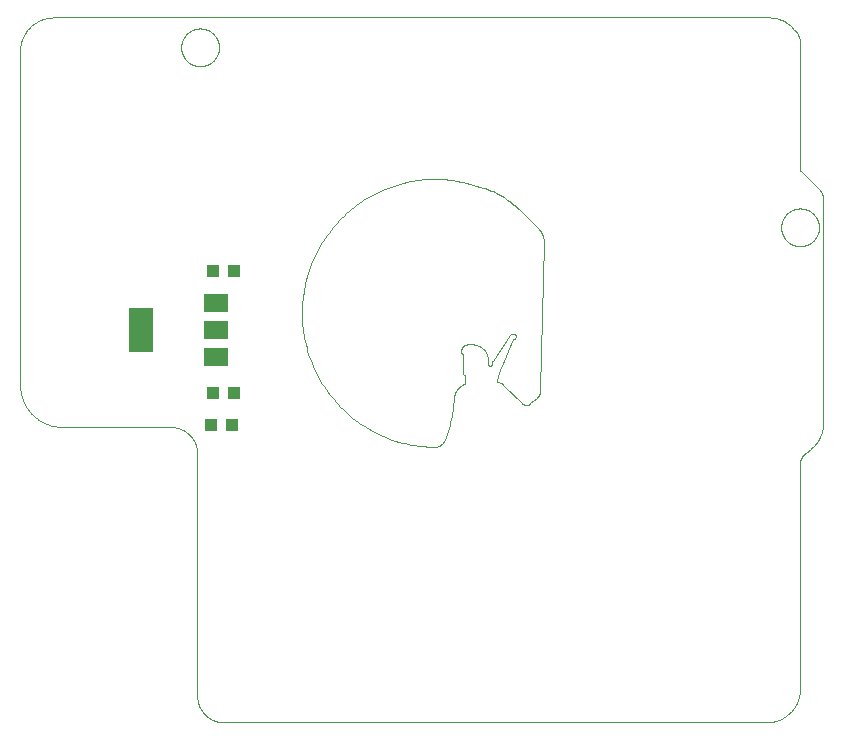
<source format=gtp>
G75*
%MOIN*%
%OFA0B0*%
%FSLAX25Y25*%
%IPPOS*%
%LPD*%
%AMOC8*
5,1,8,0,0,1.08239X$1,22.5*
%
%ADD10C,0.00000*%
%ADD11R,0.07900X0.05900*%
%ADD12R,0.07900X0.15000*%
%ADD13R,0.04134X0.04252*%
D10*
X0064055Y0017159D02*
X0064055Y0097977D01*
X0064052Y0098190D01*
X0064045Y0098402D01*
X0064032Y0098615D01*
X0064014Y0098827D01*
X0063991Y0099038D01*
X0063963Y0099249D01*
X0063929Y0099459D01*
X0063891Y0099668D01*
X0063848Y0099877D01*
X0063799Y0100084D01*
X0063746Y0100290D01*
X0063687Y0100494D01*
X0063624Y0100697D01*
X0063556Y0100899D01*
X0063483Y0101099D01*
X0063405Y0101297D01*
X0063323Y0101493D01*
X0063235Y0101687D01*
X0063143Y0101878D01*
X0063047Y0102068D01*
X0062946Y0102255D01*
X0062840Y0102440D01*
X0062730Y0102622D01*
X0062615Y0102801D01*
X0062497Y0102978D01*
X0062374Y0103151D01*
X0062247Y0103322D01*
X0062115Y0103489D01*
X0061980Y0103654D01*
X0061841Y0103814D01*
X0061698Y0103972D01*
X0061551Y0104126D01*
X0061401Y0104276D01*
X0061247Y0104423D01*
X0061089Y0104566D01*
X0060929Y0104705D01*
X0060764Y0104840D01*
X0060597Y0104972D01*
X0060426Y0105099D01*
X0060253Y0105222D01*
X0060076Y0105340D01*
X0059897Y0105455D01*
X0059715Y0105565D01*
X0059530Y0105671D01*
X0059343Y0105772D01*
X0059153Y0105868D01*
X0058962Y0105960D01*
X0058768Y0106048D01*
X0058572Y0106130D01*
X0058374Y0106208D01*
X0058174Y0106281D01*
X0057972Y0106349D01*
X0057769Y0106412D01*
X0057565Y0106471D01*
X0057359Y0106524D01*
X0057152Y0106573D01*
X0056943Y0106616D01*
X0056734Y0106654D01*
X0056524Y0106688D01*
X0056313Y0106716D01*
X0056102Y0106739D01*
X0055890Y0106757D01*
X0055677Y0106770D01*
X0055465Y0106777D01*
X0055252Y0106780D01*
X0055252Y0106781D02*
X0019195Y0106781D01*
X0018852Y0106785D01*
X0018509Y0106798D01*
X0018167Y0106818D01*
X0017825Y0106847D01*
X0017484Y0106884D01*
X0017144Y0106930D01*
X0016805Y0106984D01*
X0016468Y0107045D01*
X0016132Y0107115D01*
X0015798Y0107193D01*
X0015466Y0107280D01*
X0015136Y0107374D01*
X0014809Y0107476D01*
X0014484Y0107586D01*
X0014161Y0107703D01*
X0013842Y0107829D01*
X0013526Y0107962D01*
X0013213Y0108103D01*
X0012904Y0108251D01*
X0012598Y0108407D01*
X0012296Y0108570D01*
X0011999Y0108740D01*
X0011705Y0108918D01*
X0011416Y0109102D01*
X0011131Y0109294D01*
X0010851Y0109492D01*
X0010576Y0109697D01*
X0010306Y0109909D01*
X0010041Y0110127D01*
X0009782Y0110351D01*
X0009528Y0110581D01*
X0009280Y0110818D01*
X0009037Y0111061D01*
X0008800Y0111309D01*
X0008570Y0111563D01*
X0008346Y0111822D01*
X0008128Y0112087D01*
X0007916Y0112357D01*
X0007711Y0112632D01*
X0007513Y0112912D01*
X0007321Y0113197D01*
X0007137Y0113486D01*
X0006959Y0113780D01*
X0006789Y0114077D01*
X0006626Y0114379D01*
X0006470Y0114685D01*
X0006322Y0114994D01*
X0006181Y0115307D01*
X0006048Y0115623D01*
X0005922Y0115942D01*
X0005805Y0116265D01*
X0005695Y0116590D01*
X0005593Y0116917D01*
X0005499Y0117247D01*
X0005412Y0117579D01*
X0005334Y0117913D01*
X0005264Y0118249D01*
X0005203Y0118586D01*
X0005149Y0118925D01*
X0005103Y0119265D01*
X0005066Y0119606D01*
X0005037Y0119948D01*
X0005017Y0120290D01*
X0005004Y0120633D01*
X0005000Y0120976D01*
X0005000Y0232153D01*
X0005003Y0232423D01*
X0005013Y0232692D01*
X0005029Y0232962D01*
X0005052Y0233230D01*
X0005081Y0233499D01*
X0005117Y0233766D01*
X0005159Y0234032D01*
X0005208Y0234298D01*
X0005263Y0234562D01*
X0005324Y0234824D01*
X0005392Y0235086D01*
X0005466Y0235345D01*
X0005546Y0235603D01*
X0005633Y0235858D01*
X0005725Y0236111D01*
X0005824Y0236363D01*
X0005929Y0236611D01*
X0006040Y0236857D01*
X0006156Y0237100D01*
X0006279Y0237341D01*
X0006407Y0237578D01*
X0006541Y0237812D01*
X0006680Y0238043D01*
X0006825Y0238270D01*
X0006976Y0238494D01*
X0007132Y0238714D01*
X0007293Y0238931D01*
X0007459Y0239143D01*
X0007631Y0239351D01*
X0007807Y0239555D01*
X0007989Y0239755D01*
X0008175Y0239950D01*
X0008366Y0240141D01*
X0008561Y0240327D01*
X0008761Y0240509D01*
X0008965Y0240685D01*
X0009173Y0240857D01*
X0009385Y0241023D01*
X0009602Y0241184D01*
X0009822Y0241340D01*
X0010046Y0241491D01*
X0010273Y0241636D01*
X0010504Y0241775D01*
X0010738Y0241909D01*
X0010975Y0242037D01*
X0011216Y0242160D01*
X0011459Y0242276D01*
X0011705Y0242387D01*
X0011953Y0242492D01*
X0012205Y0242591D01*
X0012458Y0242683D01*
X0012713Y0242770D01*
X0012971Y0242850D01*
X0013230Y0242924D01*
X0013492Y0242992D01*
X0013754Y0243053D01*
X0014018Y0243108D01*
X0014284Y0243157D01*
X0014550Y0243199D01*
X0014817Y0243235D01*
X0015086Y0243264D01*
X0015354Y0243287D01*
X0015624Y0243303D01*
X0015893Y0243313D01*
X0016163Y0243316D01*
X0254763Y0243316D01*
X0262006Y0240330D02*
X0263110Y0239234D01*
X0265000Y0234691D02*
X0265000Y0192770D01*
X0265293Y0192063D02*
X0271217Y0186214D01*
X0272717Y0182626D02*
X0272717Y0108230D01*
X0272714Y0107959D01*
X0272704Y0107688D01*
X0272687Y0107417D01*
X0272664Y0107147D01*
X0272635Y0106878D01*
X0272598Y0106609D01*
X0272556Y0106341D01*
X0272506Y0106074D01*
X0272451Y0105809D01*
X0272388Y0105545D01*
X0272320Y0105283D01*
X0272245Y0105022D01*
X0272164Y0104763D01*
X0272076Y0104507D01*
X0271982Y0104252D01*
X0271882Y0104000D01*
X0271776Y0103751D01*
X0271664Y0103504D01*
X0271546Y0103260D01*
X0271422Y0103019D01*
X0271292Y0102780D01*
X0271157Y0102546D01*
X0271016Y0102314D01*
X0270869Y0102086D01*
X0270716Y0101862D01*
X0270559Y0101641D01*
X0270396Y0101425D01*
X0270227Y0101212D01*
X0270054Y0101004D01*
X0269875Y0100799D01*
X0269692Y0100600D01*
X0269504Y0100404D01*
X0269311Y0100214D01*
X0269114Y0100028D01*
X0268912Y0099847D01*
X0268705Y0099671D01*
X0268495Y0099500D01*
X0266956Y0098282D01*
X0264843Y0093911D02*
X0264843Y0040427D01*
X0265000Y0019603D01*
X0264997Y0019331D01*
X0264987Y0019060D01*
X0264970Y0018788D01*
X0264947Y0018518D01*
X0264918Y0018247D01*
X0264882Y0017978D01*
X0264839Y0017709D01*
X0264790Y0017442D01*
X0264735Y0017176D01*
X0264673Y0016911D01*
X0264605Y0016648D01*
X0264530Y0016387D01*
X0264450Y0016127D01*
X0264362Y0015870D01*
X0264269Y0015615D01*
X0264170Y0015362D01*
X0264064Y0015111D01*
X0263953Y0014864D01*
X0263835Y0014618D01*
X0263712Y0014376D01*
X0263583Y0014137D01*
X0263448Y0013901D01*
X0263307Y0013669D01*
X0263161Y0013440D01*
X0263009Y0013214D01*
X0262852Y0012992D01*
X0262690Y0012774D01*
X0262522Y0012560D01*
X0262349Y0012350D01*
X0262172Y0012145D01*
X0261989Y0011944D01*
X0261801Y0011747D01*
X0261609Y0011555D01*
X0261412Y0011367D01*
X0261211Y0011184D01*
X0261006Y0011007D01*
X0260796Y0010834D01*
X0260582Y0010666D01*
X0260364Y0010504D01*
X0260142Y0010347D01*
X0259916Y0010195D01*
X0259687Y0010049D01*
X0259455Y0009908D01*
X0259219Y0009773D01*
X0258980Y0009644D01*
X0258738Y0009521D01*
X0258492Y0009403D01*
X0258245Y0009292D01*
X0257994Y0009186D01*
X0257741Y0009087D01*
X0257486Y0008994D01*
X0257229Y0008906D01*
X0256969Y0008826D01*
X0256708Y0008751D01*
X0256445Y0008683D01*
X0256180Y0008621D01*
X0255914Y0008566D01*
X0255647Y0008517D01*
X0255378Y0008474D01*
X0255109Y0008438D01*
X0254838Y0008409D01*
X0254568Y0008386D01*
X0254296Y0008369D01*
X0254025Y0008359D01*
X0253753Y0008356D01*
X0072859Y0008356D01*
X0072646Y0008359D01*
X0072434Y0008366D01*
X0072221Y0008379D01*
X0072009Y0008397D01*
X0071798Y0008420D01*
X0071587Y0008448D01*
X0071377Y0008482D01*
X0071168Y0008520D01*
X0070959Y0008563D01*
X0070752Y0008612D01*
X0070546Y0008665D01*
X0070342Y0008724D01*
X0070139Y0008787D01*
X0069937Y0008855D01*
X0069737Y0008928D01*
X0069539Y0009006D01*
X0069343Y0009088D01*
X0069149Y0009176D01*
X0068958Y0009268D01*
X0068768Y0009364D01*
X0068581Y0009465D01*
X0068396Y0009571D01*
X0068214Y0009681D01*
X0068035Y0009796D01*
X0067858Y0009914D01*
X0067685Y0010037D01*
X0067514Y0010164D01*
X0067347Y0010296D01*
X0067182Y0010431D01*
X0067022Y0010570D01*
X0066864Y0010713D01*
X0066710Y0010860D01*
X0066560Y0011010D01*
X0066413Y0011164D01*
X0066270Y0011322D01*
X0066131Y0011482D01*
X0065996Y0011647D01*
X0065864Y0011814D01*
X0065737Y0011985D01*
X0065614Y0012158D01*
X0065496Y0012335D01*
X0065381Y0012514D01*
X0065271Y0012696D01*
X0065165Y0012881D01*
X0065064Y0013068D01*
X0064968Y0013258D01*
X0064876Y0013449D01*
X0064788Y0013643D01*
X0064706Y0013839D01*
X0064628Y0014037D01*
X0064555Y0014237D01*
X0064487Y0014439D01*
X0064424Y0014642D01*
X0064365Y0014846D01*
X0064312Y0015052D01*
X0064263Y0015259D01*
X0064220Y0015468D01*
X0064182Y0015677D01*
X0064148Y0015887D01*
X0064120Y0016098D01*
X0064097Y0016309D01*
X0064079Y0016521D01*
X0064066Y0016734D01*
X0064059Y0016946D01*
X0064056Y0017159D01*
X0143000Y0100155D02*
X0143121Y0100156D01*
X0143242Y0100160D01*
X0143363Y0100167D01*
X0143484Y0100179D01*
X0143604Y0100194D01*
X0143723Y0100214D01*
X0143842Y0100237D01*
X0143960Y0100264D01*
X0144077Y0100294D01*
X0144193Y0100328D01*
X0144308Y0100366D01*
X0144422Y0100408D01*
X0144534Y0100453D01*
X0144645Y0100502D01*
X0144754Y0100554D01*
X0144862Y0100609D01*
X0144968Y0100668D01*
X0145072Y0100731D01*
X0145173Y0100796D01*
X0145273Y0100865D01*
X0145370Y0100937D01*
X0145465Y0101012D01*
X0145558Y0101089D01*
X0145648Y0101170D01*
X0145736Y0101254D01*
X0145821Y0101340D01*
X0145903Y0101429D01*
X0145982Y0101521D01*
X0146058Y0101615D01*
X0146131Y0101711D01*
X0146202Y0101810D01*
X0146269Y0101911D01*
X0146332Y0102014D01*
X0146393Y0102118D01*
X0146450Y0102225D01*
X0146504Y0102334D01*
X0146554Y0102444D01*
X0146600Y0102556D01*
X0149600Y0116355D02*
X0149609Y0116500D01*
X0149622Y0116644D01*
X0149639Y0116788D01*
X0149659Y0116931D01*
X0149684Y0117074D01*
X0149712Y0117216D01*
X0149744Y0117357D01*
X0149780Y0117497D01*
X0149820Y0117636D01*
X0149863Y0117774D01*
X0149910Y0117911D01*
X0149961Y0118047D01*
X0150016Y0118181D01*
X0150074Y0118314D01*
X0150136Y0118444D01*
X0150201Y0118574D01*
X0150270Y0118701D01*
X0150342Y0118827D01*
X0150417Y0118950D01*
X0150496Y0119072D01*
X0150578Y0119191D01*
X0150664Y0119308D01*
X0150752Y0119422D01*
X0150844Y0119535D01*
X0150938Y0119644D01*
X0151035Y0119751D01*
X0151136Y0119856D01*
X0151239Y0119957D01*
X0151345Y0120056D01*
X0151453Y0120152D01*
X0151564Y0120245D01*
X0151677Y0120335D01*
X0151793Y0120422D01*
X0151911Y0120505D01*
X0152032Y0120586D01*
X0152154Y0120663D01*
X0152279Y0120737D01*
X0152405Y0120807D01*
X0152534Y0120874D01*
X0152664Y0120938D01*
X0152796Y0120997D01*
X0152929Y0121054D01*
X0153064Y0121106D01*
X0153200Y0121155D01*
X0153200Y0121156D02*
X0153200Y0124156D01*
X0153153Y0124158D01*
X0153106Y0124163D01*
X0153060Y0124173D01*
X0153015Y0124185D01*
X0152970Y0124202D01*
X0152928Y0124221D01*
X0152887Y0124244D01*
X0152847Y0124271D01*
X0152810Y0124300D01*
X0152776Y0124332D01*
X0152744Y0124366D01*
X0152715Y0124403D01*
X0152688Y0124443D01*
X0152665Y0124484D01*
X0152646Y0124526D01*
X0152629Y0124571D01*
X0152617Y0124616D01*
X0152607Y0124662D01*
X0152602Y0124709D01*
X0152600Y0124756D01*
X0152600Y0130756D01*
X0152598Y0130803D01*
X0152593Y0130850D01*
X0152583Y0130896D01*
X0152571Y0130941D01*
X0152554Y0130986D01*
X0152535Y0131028D01*
X0152512Y0131069D01*
X0152485Y0131109D01*
X0152456Y0131146D01*
X0152424Y0131180D01*
X0152390Y0131212D01*
X0152353Y0131241D01*
X0152313Y0131268D01*
X0152272Y0131291D01*
X0152230Y0131310D01*
X0152185Y0131327D01*
X0152140Y0131339D01*
X0152094Y0131349D01*
X0152047Y0131354D01*
X0152000Y0131356D01*
X0152000Y0131956D01*
X0152002Y0132053D01*
X0152008Y0132149D01*
X0152017Y0132245D01*
X0152031Y0132341D01*
X0152049Y0132436D01*
X0152070Y0132530D01*
X0152095Y0132624D01*
X0152124Y0132716D01*
X0152156Y0132807D01*
X0152192Y0132897D01*
X0152232Y0132985D01*
X0152275Y0133071D01*
X0152322Y0133156D01*
X0152372Y0133239D01*
X0152425Y0133319D01*
X0152481Y0133398D01*
X0152541Y0133474D01*
X0152604Y0133547D01*
X0152669Y0133619D01*
X0152737Y0133687D01*
X0152809Y0133752D01*
X0152882Y0133815D01*
X0152958Y0133875D01*
X0153037Y0133931D01*
X0153117Y0133984D01*
X0153200Y0134034D01*
X0153285Y0134081D01*
X0153371Y0134124D01*
X0153459Y0134164D01*
X0153549Y0134200D01*
X0153640Y0134232D01*
X0153732Y0134261D01*
X0153826Y0134286D01*
X0153920Y0134307D01*
X0154015Y0134325D01*
X0154111Y0134339D01*
X0154207Y0134348D01*
X0154303Y0134354D01*
X0154400Y0134356D01*
X0155600Y0134356D01*
X0155746Y0134354D01*
X0155892Y0134348D01*
X0156038Y0134338D01*
X0156184Y0134324D01*
X0156329Y0134307D01*
X0156474Y0134285D01*
X0156618Y0134259D01*
X0156761Y0134230D01*
X0156903Y0134196D01*
X0157045Y0134159D01*
X0157185Y0134118D01*
X0157324Y0134073D01*
X0157462Y0134025D01*
X0157599Y0133972D01*
X0157734Y0133917D01*
X0157867Y0133857D01*
X0157999Y0133794D01*
X0158129Y0133727D01*
X0158258Y0133657D01*
X0158384Y0133583D01*
X0158508Y0133506D01*
X0158630Y0133426D01*
X0158750Y0133342D01*
X0158868Y0133255D01*
X0158983Y0133165D01*
X0159096Y0133072D01*
X0159206Y0132975D01*
X0159314Y0132876D01*
X0159418Y0132774D01*
X0159520Y0132670D01*
X0159619Y0132562D01*
X0159716Y0132452D01*
X0159809Y0132339D01*
X0159899Y0132224D01*
X0159986Y0132106D01*
X0160070Y0131986D01*
X0160150Y0131864D01*
X0160227Y0131740D01*
X0160301Y0131614D01*
X0160371Y0131485D01*
X0160438Y0131355D01*
X0160501Y0131223D01*
X0160561Y0131090D01*
X0160616Y0130955D01*
X0160669Y0130818D01*
X0160717Y0130680D01*
X0160762Y0130541D01*
X0160803Y0130401D01*
X0160840Y0130259D01*
X0160874Y0130117D01*
X0160903Y0129974D01*
X0160929Y0129830D01*
X0160951Y0129685D01*
X0160968Y0129540D01*
X0160982Y0129394D01*
X0160992Y0129248D01*
X0160998Y0129102D01*
X0161000Y0128956D01*
X0161000Y0127756D01*
X0161600Y0127156D02*
X0161647Y0127158D01*
X0161694Y0127163D01*
X0161740Y0127173D01*
X0161785Y0127185D01*
X0161830Y0127202D01*
X0161872Y0127221D01*
X0161913Y0127244D01*
X0161953Y0127271D01*
X0161990Y0127300D01*
X0162024Y0127332D01*
X0162056Y0127366D01*
X0162085Y0127403D01*
X0162112Y0127443D01*
X0162135Y0127484D01*
X0162154Y0127526D01*
X0162171Y0127571D01*
X0162183Y0127616D01*
X0162193Y0127662D01*
X0162198Y0127709D01*
X0162200Y0127756D01*
X0161600Y0127156D02*
X0161553Y0127158D01*
X0161506Y0127163D01*
X0161460Y0127173D01*
X0161415Y0127185D01*
X0161370Y0127202D01*
X0161328Y0127221D01*
X0161287Y0127244D01*
X0161247Y0127271D01*
X0161210Y0127300D01*
X0161176Y0127332D01*
X0161144Y0127366D01*
X0161115Y0127403D01*
X0161088Y0127443D01*
X0161065Y0127484D01*
X0161046Y0127526D01*
X0161029Y0127571D01*
X0161017Y0127616D01*
X0161007Y0127662D01*
X0161002Y0127709D01*
X0161000Y0127756D01*
X0162533Y0128855D02*
X0168200Y0137356D01*
X0169400Y0137956D02*
X0169459Y0137950D01*
X0169518Y0137941D01*
X0169576Y0137928D01*
X0169633Y0137912D01*
X0169688Y0137891D01*
X0169743Y0137867D01*
X0169795Y0137839D01*
X0169846Y0137808D01*
X0169894Y0137774D01*
X0169940Y0137737D01*
X0169984Y0137696D01*
X0170025Y0137653D01*
X0170062Y0137608D01*
X0170097Y0137559D01*
X0170129Y0137509D01*
X0170157Y0137457D01*
X0170182Y0137403D01*
X0170203Y0137347D01*
X0170220Y0137291D01*
X0170233Y0137233D01*
X0170243Y0137174D01*
X0170249Y0137115D01*
X0170251Y0137056D01*
X0170249Y0136997D01*
X0170243Y0136938D01*
X0170233Y0136879D01*
X0170220Y0136821D01*
X0170203Y0136765D01*
X0170182Y0136709D01*
X0170157Y0136655D01*
X0170129Y0136603D01*
X0170097Y0136553D01*
X0170062Y0136504D01*
X0170025Y0136459D01*
X0169984Y0136416D01*
X0169940Y0136375D01*
X0169894Y0136338D01*
X0169846Y0136304D01*
X0169795Y0136273D01*
X0169743Y0136245D01*
X0169688Y0136221D01*
X0169633Y0136200D01*
X0169576Y0136184D01*
X0169518Y0136171D01*
X0169459Y0136162D01*
X0169400Y0136156D01*
X0165200Y0126556D01*
X0162200Y0127756D02*
X0162202Y0127839D01*
X0162207Y0127922D01*
X0162216Y0128005D01*
X0162228Y0128087D01*
X0162244Y0128169D01*
X0162263Y0128250D01*
X0162285Y0128330D01*
X0162311Y0128409D01*
X0162340Y0128487D01*
X0162372Y0128564D01*
X0162408Y0128639D01*
X0162446Y0128713D01*
X0162488Y0128785D01*
X0162533Y0128855D01*
X0166049Y0120907D02*
X0172169Y0114787D01*
X0172170Y0114787D02*
X0172235Y0114724D01*
X0172303Y0114664D01*
X0172373Y0114607D01*
X0172445Y0114553D01*
X0172520Y0114503D01*
X0172597Y0114455D01*
X0172675Y0114410D01*
X0172756Y0114369D01*
X0172838Y0114332D01*
X0172922Y0114297D01*
X0173007Y0114267D01*
X0173093Y0114240D01*
X0173180Y0114216D01*
X0173268Y0114196D01*
X0173357Y0114180D01*
X0173447Y0114168D01*
X0173537Y0114159D01*
X0173627Y0114154D01*
X0173717Y0114153D01*
X0173808Y0114156D01*
X0173898Y0114162D01*
X0173988Y0114172D01*
X0174077Y0114186D01*
X0174166Y0114204D01*
X0174253Y0114225D01*
X0174340Y0114250D01*
X0174426Y0114279D01*
X0174510Y0114311D01*
X0174593Y0114347D01*
X0174675Y0114386D01*
X0174755Y0114428D01*
X0174833Y0114474D01*
X0174909Y0114523D01*
X0174983Y0114575D01*
X0175054Y0114630D01*
X0175123Y0114688D01*
X0177241Y0116542D01*
X0178435Y0119095D02*
X0179558Y0168521D01*
X0179559Y0168521D02*
X0179560Y0168669D01*
X0179558Y0168817D01*
X0179551Y0168964D01*
X0179541Y0169112D01*
X0179527Y0169259D01*
X0179509Y0169405D01*
X0179488Y0169551D01*
X0179462Y0169697D01*
X0179433Y0169842D01*
X0179400Y0169985D01*
X0179364Y0170129D01*
X0179323Y0170271D01*
X0179279Y0170411D01*
X0179231Y0170551D01*
X0179180Y0170690D01*
X0179125Y0170827D01*
X0179067Y0170962D01*
X0179005Y0171096D01*
X0178939Y0171229D01*
X0178870Y0171359D01*
X0178798Y0171488D01*
X0178722Y0171615D01*
X0178643Y0171740D01*
X0178561Y0171862D01*
X0178476Y0171983D01*
X0178387Y0172101D01*
X0178296Y0172217D01*
X0178201Y0172331D01*
X0178104Y0172442D01*
X0178004Y0172550D01*
X0177901Y0172656D01*
X0177901Y0172655D02*
X0171200Y0179356D01*
X0159200Y0186556D02*
X0152600Y0188356D01*
X0159200Y0186556D02*
X0159874Y0186342D01*
X0160542Y0186112D01*
X0161204Y0185865D01*
X0161860Y0185602D01*
X0162509Y0185323D01*
X0163152Y0185028D01*
X0163787Y0184718D01*
X0164414Y0184392D01*
X0165033Y0184051D01*
X0165643Y0183695D01*
X0166245Y0183324D01*
X0166837Y0182938D01*
X0167420Y0182538D01*
X0167992Y0182124D01*
X0168555Y0181696D01*
X0169106Y0181254D01*
X0169647Y0180799D01*
X0170176Y0180331D01*
X0170694Y0179850D01*
X0171200Y0179356D01*
X0152600Y0188356D02*
X0151799Y0188564D01*
X0150993Y0188753D01*
X0150182Y0188922D01*
X0149368Y0189071D01*
X0148550Y0189200D01*
X0147729Y0189309D01*
X0146906Y0189399D01*
X0146081Y0189468D01*
X0145255Y0189518D01*
X0144428Y0189547D01*
X0143600Y0189556D01*
X0143600Y0189555D02*
X0142508Y0189540D01*
X0141417Y0189499D01*
X0140328Y0189431D01*
X0139240Y0189337D01*
X0138155Y0189216D01*
X0137074Y0189068D01*
X0135996Y0188895D01*
X0134923Y0188695D01*
X0133855Y0188468D01*
X0132793Y0188216D01*
X0131737Y0187938D01*
X0130689Y0187634D01*
X0129648Y0187305D01*
X0128615Y0186950D01*
X0127592Y0186571D01*
X0126578Y0186166D01*
X0125574Y0185737D01*
X0124581Y0185283D01*
X0123600Y0184806D01*
X0122630Y0184304D01*
X0121673Y0183779D01*
X0120729Y0183231D01*
X0119799Y0182660D01*
X0118883Y0182066D01*
X0117982Y0181450D01*
X0117096Y0180812D01*
X0116225Y0180153D01*
X0115372Y0179473D01*
X0114535Y0178772D01*
X0113715Y0178051D01*
X0112913Y0177310D01*
X0112130Y0176550D01*
X0111365Y0175771D01*
X0110620Y0174973D01*
X0109894Y0174158D01*
X0109189Y0173325D01*
X0108504Y0172475D01*
X0107840Y0171608D01*
X0107197Y0170726D01*
X0106576Y0169828D01*
X0105978Y0168915D01*
X0105401Y0167988D01*
X0104848Y0167047D01*
X0104317Y0166093D01*
X0103810Y0165126D01*
X0103327Y0164147D01*
X0102868Y0163157D01*
X0102433Y0162156D01*
X0102023Y0161144D01*
X0101638Y0160123D01*
X0101277Y0159092D01*
X0100942Y0158053D01*
X0100633Y0157006D01*
X0100349Y0155952D01*
X0100091Y0154892D01*
X0099859Y0153825D01*
X0099653Y0152753D01*
X0099473Y0151676D01*
X0099319Y0150595D01*
X0099192Y0149511D01*
X0099092Y0148424D01*
X0099018Y0147335D01*
X0098971Y0146244D01*
X0098950Y0145153D01*
X0098956Y0144061D01*
X0098989Y0142970D01*
X0099048Y0141880D01*
X0099134Y0140792D01*
X0099246Y0139706D01*
X0099385Y0138623D01*
X0099551Y0137544D01*
X0099742Y0136470D01*
X0099960Y0135400D01*
X0100204Y0134336D01*
X0100474Y0133278D01*
X0100769Y0132227D01*
X0101090Y0131184D01*
X0101437Y0130149D01*
X0101808Y0129122D01*
X0102205Y0128105D01*
X0102626Y0127098D01*
X0103072Y0126102D01*
X0103542Y0125116D01*
X0104036Y0124143D01*
X0104553Y0123182D01*
X0105094Y0122234D01*
X0105658Y0121299D01*
X0106245Y0120378D01*
X0106853Y0119472D01*
X0107484Y0118581D01*
X0108136Y0117706D01*
X0108810Y0116847D01*
X0109504Y0116004D01*
X0110219Y0115179D01*
X0110953Y0114371D01*
X0111707Y0113582D01*
X0112480Y0112811D01*
X0113272Y0112060D01*
X0114082Y0111328D01*
X0114909Y0110616D01*
X0115754Y0109924D01*
X0116615Y0109253D01*
X0117493Y0108604D01*
X0118386Y0107976D01*
X0119294Y0107370D01*
X0120216Y0106786D01*
X0121153Y0106225D01*
X0122103Y0105688D01*
X0123065Y0105173D01*
X0124040Y0104682D01*
X0125027Y0104215D01*
X0126025Y0103773D01*
X0127033Y0103355D01*
X0128052Y0102961D01*
X0129079Y0102593D01*
X0130116Y0102249D01*
X0131160Y0101932D01*
X0132212Y0101639D01*
X0133270Y0101373D01*
X0134335Y0101132D01*
X0135405Y0100918D01*
X0136481Y0100730D01*
X0137560Y0100568D01*
X0138644Y0100432D01*
X0139730Y0100323D01*
X0140818Y0100241D01*
X0141908Y0100185D01*
X0143000Y0100156D01*
X0164000Y0121756D02*
X0164103Y0121754D01*
X0164207Y0121749D01*
X0164310Y0121739D01*
X0164412Y0121727D01*
X0164514Y0121710D01*
X0164616Y0121690D01*
X0164716Y0121666D01*
X0164816Y0121639D01*
X0164915Y0121608D01*
X0165012Y0121573D01*
X0165109Y0121535D01*
X0165203Y0121494D01*
X0165297Y0121450D01*
X0165388Y0121402D01*
X0165478Y0121350D01*
X0165566Y0121296D01*
X0165652Y0121239D01*
X0165736Y0121178D01*
X0165818Y0121115D01*
X0165897Y0121048D01*
X0165974Y0120979D01*
X0166048Y0120907D01*
X0177241Y0116542D02*
X0177327Y0116620D01*
X0177411Y0116700D01*
X0177491Y0116784D01*
X0177569Y0116870D01*
X0177644Y0116958D01*
X0177716Y0117049D01*
X0177785Y0117143D01*
X0177851Y0117238D01*
X0177914Y0117336D01*
X0177973Y0117436D01*
X0178029Y0117537D01*
X0178082Y0117641D01*
X0178131Y0117746D01*
X0178176Y0117853D01*
X0178219Y0117961D01*
X0178257Y0118070D01*
X0178292Y0118181D01*
X0178323Y0118293D01*
X0178350Y0118406D01*
X0178374Y0118519D01*
X0178394Y0118634D01*
X0178410Y0118748D01*
X0178422Y0118864D01*
X0178431Y0118980D01*
X0178435Y0119096D01*
X0164000Y0121756D02*
X0164031Y0122110D01*
X0164072Y0122462D01*
X0164120Y0122814D01*
X0164177Y0123165D01*
X0164243Y0123514D01*
X0164316Y0123861D01*
X0164398Y0124206D01*
X0164488Y0124550D01*
X0164587Y0124891D01*
X0164693Y0125230D01*
X0164808Y0125566D01*
X0164931Y0125899D01*
X0165061Y0126229D01*
X0165200Y0126556D01*
X0168200Y0137356D02*
X0168240Y0137413D01*
X0168284Y0137469D01*
X0168330Y0137521D01*
X0168379Y0137572D01*
X0168430Y0137620D01*
X0168484Y0137665D01*
X0168540Y0137707D01*
X0168598Y0137746D01*
X0168658Y0137782D01*
X0168720Y0137815D01*
X0168784Y0137845D01*
X0168849Y0137871D01*
X0168915Y0137894D01*
X0168983Y0137914D01*
X0169051Y0137930D01*
X0169120Y0137942D01*
X0169190Y0137951D01*
X0169260Y0137956D01*
X0169330Y0137958D01*
X0169400Y0137956D01*
X0149600Y0116355D02*
X0149539Y0115344D01*
X0149455Y0114334D01*
X0149346Y0113326D01*
X0149214Y0112322D01*
X0149058Y0111320D01*
X0148878Y0110323D01*
X0148674Y0109330D01*
X0148447Y0108343D01*
X0148197Y0107361D01*
X0147923Y0106385D01*
X0147627Y0105416D01*
X0147307Y0104455D01*
X0146965Y0103501D01*
X0146600Y0102555D01*
X0258700Y0173356D02*
X0258702Y0173514D01*
X0258708Y0173673D01*
X0258718Y0173831D01*
X0258732Y0173988D01*
X0258750Y0174146D01*
X0258771Y0174302D01*
X0258797Y0174459D01*
X0258827Y0174614D01*
X0258860Y0174769D01*
X0258898Y0174923D01*
X0258939Y0175076D01*
X0258984Y0175227D01*
X0259033Y0175378D01*
X0259086Y0175527D01*
X0259142Y0175675D01*
X0259203Y0175822D01*
X0259266Y0175967D01*
X0259334Y0176110D01*
X0259405Y0176251D01*
X0259479Y0176391D01*
X0259557Y0176529D01*
X0259639Y0176665D01*
X0259724Y0176798D01*
X0259812Y0176930D01*
X0259903Y0177059D01*
X0259998Y0177186D01*
X0260096Y0177310D01*
X0260197Y0177432D01*
X0260301Y0177552D01*
X0260407Y0177669D01*
X0260517Y0177783D01*
X0260630Y0177894D01*
X0260745Y0178002D01*
X0260864Y0178108D01*
X0260984Y0178210D01*
X0261107Y0178310D01*
X0261233Y0178406D01*
X0261361Y0178499D01*
X0261492Y0178589D01*
X0261624Y0178675D01*
X0261759Y0178758D01*
X0261896Y0178838D01*
X0262035Y0178914D01*
X0262175Y0178987D01*
X0262318Y0179056D01*
X0262462Y0179122D01*
X0262607Y0179184D01*
X0262755Y0179242D01*
X0262903Y0179297D01*
X0263053Y0179348D01*
X0263204Y0179395D01*
X0263357Y0179438D01*
X0263510Y0179477D01*
X0263664Y0179513D01*
X0263819Y0179544D01*
X0263975Y0179572D01*
X0264132Y0179596D01*
X0264289Y0179616D01*
X0264447Y0179632D01*
X0264604Y0179644D01*
X0264763Y0179652D01*
X0264921Y0179656D01*
X0265079Y0179656D01*
X0265237Y0179652D01*
X0265396Y0179644D01*
X0265553Y0179632D01*
X0265711Y0179616D01*
X0265868Y0179596D01*
X0266025Y0179572D01*
X0266181Y0179544D01*
X0266336Y0179513D01*
X0266490Y0179477D01*
X0266643Y0179438D01*
X0266796Y0179395D01*
X0266947Y0179348D01*
X0267097Y0179297D01*
X0267245Y0179242D01*
X0267393Y0179184D01*
X0267538Y0179122D01*
X0267682Y0179056D01*
X0267825Y0178987D01*
X0267965Y0178914D01*
X0268104Y0178838D01*
X0268241Y0178758D01*
X0268376Y0178675D01*
X0268508Y0178589D01*
X0268639Y0178499D01*
X0268767Y0178406D01*
X0268893Y0178310D01*
X0269016Y0178210D01*
X0269136Y0178108D01*
X0269255Y0178002D01*
X0269370Y0177894D01*
X0269483Y0177783D01*
X0269593Y0177669D01*
X0269699Y0177552D01*
X0269803Y0177432D01*
X0269904Y0177310D01*
X0270002Y0177186D01*
X0270097Y0177059D01*
X0270188Y0176930D01*
X0270276Y0176798D01*
X0270361Y0176665D01*
X0270443Y0176529D01*
X0270521Y0176391D01*
X0270595Y0176251D01*
X0270666Y0176110D01*
X0270734Y0175967D01*
X0270797Y0175822D01*
X0270858Y0175675D01*
X0270914Y0175527D01*
X0270967Y0175378D01*
X0271016Y0175227D01*
X0271061Y0175076D01*
X0271102Y0174923D01*
X0271140Y0174769D01*
X0271173Y0174614D01*
X0271203Y0174459D01*
X0271229Y0174302D01*
X0271250Y0174146D01*
X0271268Y0173988D01*
X0271282Y0173831D01*
X0271292Y0173673D01*
X0271298Y0173514D01*
X0271300Y0173356D01*
X0271298Y0173198D01*
X0271292Y0173039D01*
X0271282Y0172881D01*
X0271268Y0172724D01*
X0271250Y0172566D01*
X0271229Y0172410D01*
X0271203Y0172253D01*
X0271173Y0172098D01*
X0271140Y0171943D01*
X0271102Y0171789D01*
X0271061Y0171636D01*
X0271016Y0171485D01*
X0270967Y0171334D01*
X0270914Y0171185D01*
X0270858Y0171037D01*
X0270797Y0170890D01*
X0270734Y0170745D01*
X0270666Y0170602D01*
X0270595Y0170461D01*
X0270521Y0170321D01*
X0270443Y0170183D01*
X0270361Y0170047D01*
X0270276Y0169914D01*
X0270188Y0169782D01*
X0270097Y0169653D01*
X0270002Y0169526D01*
X0269904Y0169402D01*
X0269803Y0169280D01*
X0269699Y0169160D01*
X0269593Y0169043D01*
X0269483Y0168929D01*
X0269370Y0168818D01*
X0269255Y0168710D01*
X0269136Y0168604D01*
X0269016Y0168502D01*
X0268893Y0168402D01*
X0268767Y0168306D01*
X0268639Y0168213D01*
X0268508Y0168123D01*
X0268376Y0168037D01*
X0268241Y0167954D01*
X0268104Y0167874D01*
X0267965Y0167798D01*
X0267825Y0167725D01*
X0267682Y0167656D01*
X0267538Y0167590D01*
X0267393Y0167528D01*
X0267245Y0167470D01*
X0267097Y0167415D01*
X0266947Y0167364D01*
X0266796Y0167317D01*
X0266643Y0167274D01*
X0266490Y0167235D01*
X0266336Y0167199D01*
X0266181Y0167168D01*
X0266025Y0167140D01*
X0265868Y0167116D01*
X0265711Y0167096D01*
X0265553Y0167080D01*
X0265396Y0167068D01*
X0265237Y0167060D01*
X0265079Y0167056D01*
X0264921Y0167056D01*
X0264763Y0167060D01*
X0264604Y0167068D01*
X0264447Y0167080D01*
X0264289Y0167096D01*
X0264132Y0167116D01*
X0263975Y0167140D01*
X0263819Y0167168D01*
X0263664Y0167199D01*
X0263510Y0167235D01*
X0263357Y0167274D01*
X0263204Y0167317D01*
X0263053Y0167364D01*
X0262903Y0167415D01*
X0262755Y0167470D01*
X0262607Y0167528D01*
X0262462Y0167590D01*
X0262318Y0167656D01*
X0262175Y0167725D01*
X0262035Y0167798D01*
X0261896Y0167874D01*
X0261759Y0167954D01*
X0261624Y0168037D01*
X0261492Y0168123D01*
X0261361Y0168213D01*
X0261233Y0168306D01*
X0261107Y0168402D01*
X0260984Y0168502D01*
X0260864Y0168604D01*
X0260745Y0168710D01*
X0260630Y0168818D01*
X0260517Y0168929D01*
X0260407Y0169043D01*
X0260301Y0169160D01*
X0260197Y0169280D01*
X0260096Y0169402D01*
X0259998Y0169526D01*
X0259903Y0169653D01*
X0259812Y0169782D01*
X0259724Y0169914D01*
X0259639Y0170047D01*
X0259557Y0170183D01*
X0259479Y0170321D01*
X0259405Y0170461D01*
X0259334Y0170602D01*
X0259266Y0170745D01*
X0259203Y0170890D01*
X0259142Y0171037D01*
X0259086Y0171185D01*
X0259033Y0171334D01*
X0258984Y0171485D01*
X0258939Y0171636D01*
X0258898Y0171789D01*
X0258860Y0171943D01*
X0258827Y0172098D01*
X0258797Y0172253D01*
X0258771Y0172410D01*
X0258750Y0172566D01*
X0258732Y0172724D01*
X0258718Y0172881D01*
X0258708Y0173039D01*
X0258702Y0173198D01*
X0258700Y0173356D01*
X0272717Y0182626D02*
X0272715Y0182764D01*
X0272709Y0182901D01*
X0272700Y0183039D01*
X0272687Y0183176D01*
X0272670Y0183312D01*
X0272649Y0183448D01*
X0272625Y0183584D01*
X0272597Y0183719D01*
X0272566Y0183853D01*
X0272530Y0183986D01*
X0272491Y0184118D01*
X0272449Y0184249D01*
X0272403Y0184378D01*
X0272353Y0184507D01*
X0272300Y0184634D01*
X0272243Y0184759D01*
X0272184Y0184883D01*
X0272120Y0185005D01*
X0272054Y0185126D01*
X0271984Y0185244D01*
X0271911Y0185361D01*
X0271834Y0185476D01*
X0271755Y0185588D01*
X0271673Y0185699D01*
X0271587Y0185807D01*
X0271499Y0185912D01*
X0271408Y0186015D01*
X0271314Y0186116D01*
X0271217Y0186214D01*
X0265293Y0192063D02*
X0265251Y0192107D01*
X0265213Y0192153D01*
X0265177Y0192202D01*
X0265144Y0192253D01*
X0265115Y0192305D01*
X0265088Y0192360D01*
X0265065Y0192415D01*
X0265045Y0192472D01*
X0265029Y0192531D01*
X0265016Y0192590D01*
X0265007Y0192649D01*
X0265002Y0192710D01*
X0265000Y0192770D01*
X0262006Y0240331D02*
X0261826Y0240506D01*
X0261641Y0240676D01*
X0261452Y0240842D01*
X0261260Y0241003D01*
X0261063Y0241159D01*
X0260863Y0241311D01*
X0260659Y0241458D01*
X0260451Y0241599D01*
X0260241Y0241736D01*
X0260026Y0241867D01*
X0259809Y0241993D01*
X0259589Y0242113D01*
X0259366Y0242229D01*
X0259140Y0242338D01*
X0258911Y0242443D01*
X0258680Y0242541D01*
X0258447Y0242634D01*
X0258211Y0242721D01*
X0257974Y0242803D01*
X0257734Y0242878D01*
X0257493Y0242948D01*
X0257250Y0243012D01*
X0257005Y0243069D01*
X0256760Y0243121D01*
X0256513Y0243167D01*
X0256265Y0243207D01*
X0256016Y0243240D01*
X0255766Y0243268D01*
X0255516Y0243289D01*
X0255265Y0243305D01*
X0255014Y0243314D01*
X0254763Y0243317D01*
X0263110Y0239233D02*
X0263220Y0239121D01*
X0263328Y0239006D01*
X0263433Y0238888D01*
X0263535Y0238767D01*
X0263634Y0238644D01*
X0263730Y0238519D01*
X0263822Y0238391D01*
X0263912Y0238261D01*
X0263998Y0238129D01*
X0264082Y0237995D01*
X0264161Y0237859D01*
X0264238Y0237721D01*
X0264311Y0237581D01*
X0264380Y0237439D01*
X0264446Y0237296D01*
X0264509Y0237151D01*
X0264567Y0237005D01*
X0264623Y0236857D01*
X0264674Y0236708D01*
X0264722Y0236557D01*
X0264766Y0236406D01*
X0264807Y0236253D01*
X0264843Y0236100D01*
X0264876Y0235945D01*
X0264905Y0235790D01*
X0264930Y0235634D01*
X0264951Y0235478D01*
X0264969Y0235321D01*
X0264983Y0235164D01*
X0264992Y0235006D01*
X0264998Y0234849D01*
X0265000Y0234691D01*
X0058700Y0233356D02*
X0058702Y0233514D01*
X0058708Y0233673D01*
X0058718Y0233831D01*
X0058732Y0233988D01*
X0058750Y0234146D01*
X0058771Y0234302D01*
X0058797Y0234459D01*
X0058827Y0234614D01*
X0058860Y0234769D01*
X0058898Y0234923D01*
X0058939Y0235076D01*
X0058984Y0235227D01*
X0059033Y0235378D01*
X0059086Y0235527D01*
X0059142Y0235675D01*
X0059203Y0235822D01*
X0059266Y0235967D01*
X0059334Y0236110D01*
X0059405Y0236251D01*
X0059479Y0236391D01*
X0059557Y0236529D01*
X0059639Y0236665D01*
X0059724Y0236798D01*
X0059812Y0236930D01*
X0059903Y0237059D01*
X0059998Y0237186D01*
X0060096Y0237310D01*
X0060197Y0237432D01*
X0060301Y0237552D01*
X0060407Y0237669D01*
X0060517Y0237783D01*
X0060630Y0237894D01*
X0060745Y0238002D01*
X0060864Y0238108D01*
X0060984Y0238210D01*
X0061107Y0238310D01*
X0061233Y0238406D01*
X0061361Y0238499D01*
X0061492Y0238589D01*
X0061624Y0238675D01*
X0061759Y0238758D01*
X0061896Y0238838D01*
X0062035Y0238914D01*
X0062175Y0238987D01*
X0062318Y0239056D01*
X0062462Y0239122D01*
X0062607Y0239184D01*
X0062755Y0239242D01*
X0062903Y0239297D01*
X0063053Y0239348D01*
X0063204Y0239395D01*
X0063357Y0239438D01*
X0063510Y0239477D01*
X0063664Y0239513D01*
X0063819Y0239544D01*
X0063975Y0239572D01*
X0064132Y0239596D01*
X0064289Y0239616D01*
X0064447Y0239632D01*
X0064604Y0239644D01*
X0064763Y0239652D01*
X0064921Y0239656D01*
X0065079Y0239656D01*
X0065237Y0239652D01*
X0065396Y0239644D01*
X0065553Y0239632D01*
X0065711Y0239616D01*
X0065868Y0239596D01*
X0066025Y0239572D01*
X0066181Y0239544D01*
X0066336Y0239513D01*
X0066490Y0239477D01*
X0066643Y0239438D01*
X0066796Y0239395D01*
X0066947Y0239348D01*
X0067097Y0239297D01*
X0067245Y0239242D01*
X0067393Y0239184D01*
X0067538Y0239122D01*
X0067682Y0239056D01*
X0067825Y0238987D01*
X0067965Y0238914D01*
X0068104Y0238838D01*
X0068241Y0238758D01*
X0068376Y0238675D01*
X0068508Y0238589D01*
X0068639Y0238499D01*
X0068767Y0238406D01*
X0068893Y0238310D01*
X0069016Y0238210D01*
X0069136Y0238108D01*
X0069255Y0238002D01*
X0069370Y0237894D01*
X0069483Y0237783D01*
X0069593Y0237669D01*
X0069699Y0237552D01*
X0069803Y0237432D01*
X0069904Y0237310D01*
X0070002Y0237186D01*
X0070097Y0237059D01*
X0070188Y0236930D01*
X0070276Y0236798D01*
X0070361Y0236665D01*
X0070443Y0236529D01*
X0070521Y0236391D01*
X0070595Y0236251D01*
X0070666Y0236110D01*
X0070734Y0235967D01*
X0070797Y0235822D01*
X0070858Y0235675D01*
X0070914Y0235527D01*
X0070967Y0235378D01*
X0071016Y0235227D01*
X0071061Y0235076D01*
X0071102Y0234923D01*
X0071140Y0234769D01*
X0071173Y0234614D01*
X0071203Y0234459D01*
X0071229Y0234302D01*
X0071250Y0234146D01*
X0071268Y0233988D01*
X0071282Y0233831D01*
X0071292Y0233673D01*
X0071298Y0233514D01*
X0071300Y0233356D01*
X0071298Y0233198D01*
X0071292Y0233039D01*
X0071282Y0232881D01*
X0071268Y0232724D01*
X0071250Y0232566D01*
X0071229Y0232410D01*
X0071203Y0232253D01*
X0071173Y0232098D01*
X0071140Y0231943D01*
X0071102Y0231789D01*
X0071061Y0231636D01*
X0071016Y0231485D01*
X0070967Y0231334D01*
X0070914Y0231185D01*
X0070858Y0231037D01*
X0070797Y0230890D01*
X0070734Y0230745D01*
X0070666Y0230602D01*
X0070595Y0230461D01*
X0070521Y0230321D01*
X0070443Y0230183D01*
X0070361Y0230047D01*
X0070276Y0229914D01*
X0070188Y0229782D01*
X0070097Y0229653D01*
X0070002Y0229526D01*
X0069904Y0229402D01*
X0069803Y0229280D01*
X0069699Y0229160D01*
X0069593Y0229043D01*
X0069483Y0228929D01*
X0069370Y0228818D01*
X0069255Y0228710D01*
X0069136Y0228604D01*
X0069016Y0228502D01*
X0068893Y0228402D01*
X0068767Y0228306D01*
X0068639Y0228213D01*
X0068508Y0228123D01*
X0068376Y0228037D01*
X0068241Y0227954D01*
X0068104Y0227874D01*
X0067965Y0227798D01*
X0067825Y0227725D01*
X0067682Y0227656D01*
X0067538Y0227590D01*
X0067393Y0227528D01*
X0067245Y0227470D01*
X0067097Y0227415D01*
X0066947Y0227364D01*
X0066796Y0227317D01*
X0066643Y0227274D01*
X0066490Y0227235D01*
X0066336Y0227199D01*
X0066181Y0227168D01*
X0066025Y0227140D01*
X0065868Y0227116D01*
X0065711Y0227096D01*
X0065553Y0227080D01*
X0065396Y0227068D01*
X0065237Y0227060D01*
X0065079Y0227056D01*
X0064921Y0227056D01*
X0064763Y0227060D01*
X0064604Y0227068D01*
X0064447Y0227080D01*
X0064289Y0227096D01*
X0064132Y0227116D01*
X0063975Y0227140D01*
X0063819Y0227168D01*
X0063664Y0227199D01*
X0063510Y0227235D01*
X0063357Y0227274D01*
X0063204Y0227317D01*
X0063053Y0227364D01*
X0062903Y0227415D01*
X0062755Y0227470D01*
X0062607Y0227528D01*
X0062462Y0227590D01*
X0062318Y0227656D01*
X0062175Y0227725D01*
X0062035Y0227798D01*
X0061896Y0227874D01*
X0061759Y0227954D01*
X0061624Y0228037D01*
X0061492Y0228123D01*
X0061361Y0228213D01*
X0061233Y0228306D01*
X0061107Y0228402D01*
X0060984Y0228502D01*
X0060864Y0228604D01*
X0060745Y0228710D01*
X0060630Y0228818D01*
X0060517Y0228929D01*
X0060407Y0229043D01*
X0060301Y0229160D01*
X0060197Y0229280D01*
X0060096Y0229402D01*
X0059998Y0229526D01*
X0059903Y0229653D01*
X0059812Y0229782D01*
X0059724Y0229914D01*
X0059639Y0230047D01*
X0059557Y0230183D01*
X0059479Y0230321D01*
X0059405Y0230461D01*
X0059334Y0230602D01*
X0059266Y0230745D01*
X0059203Y0230890D01*
X0059142Y0231037D01*
X0059086Y0231185D01*
X0059033Y0231334D01*
X0058984Y0231485D01*
X0058939Y0231636D01*
X0058898Y0231789D01*
X0058860Y0231943D01*
X0058827Y0232098D01*
X0058797Y0232253D01*
X0058771Y0232410D01*
X0058750Y0232566D01*
X0058732Y0232724D01*
X0058718Y0232881D01*
X0058708Y0233039D01*
X0058702Y0233198D01*
X0058700Y0233356D01*
X0266957Y0098281D02*
X0266842Y0098188D01*
X0266730Y0098092D01*
X0266621Y0097993D01*
X0266514Y0097891D01*
X0266410Y0097786D01*
X0266308Y0097678D01*
X0266210Y0097568D01*
X0266115Y0097455D01*
X0266022Y0097340D01*
X0265933Y0097222D01*
X0265847Y0097102D01*
X0265764Y0096980D01*
X0265684Y0096856D01*
X0265608Y0096729D01*
X0265535Y0096601D01*
X0265465Y0096470D01*
X0265399Y0096338D01*
X0265337Y0096205D01*
X0265278Y0096069D01*
X0265222Y0095932D01*
X0265171Y0095794D01*
X0265122Y0095654D01*
X0265078Y0095513D01*
X0265038Y0095371D01*
X0265001Y0095228D01*
X0264968Y0095084D01*
X0264939Y0094939D01*
X0264913Y0094794D01*
X0264892Y0094648D01*
X0264874Y0094501D01*
X0264861Y0094354D01*
X0264851Y0094206D01*
X0264845Y0094059D01*
X0264843Y0093911D01*
D11*
X0070200Y0130256D03*
X0070200Y0139256D03*
X0070200Y0148256D03*
D12*
X0045400Y0139156D03*
D13*
X0069355Y0158956D03*
X0076245Y0158956D03*
X0076245Y0118156D03*
X0069355Y0118156D03*
X0068755Y0107356D03*
X0075645Y0107356D03*
M02*

</source>
